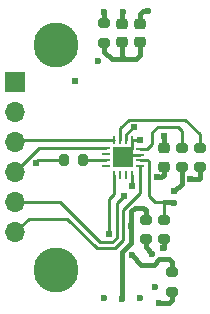
<source format=gbr>
%TF.GenerationSoftware,KiCad,Pcbnew,8.0.6-8.0.6-0~ubuntu24.04.1*%
%TF.CreationDate,2024-10-24T19:59:45-07:00*%
%TF.ProjectId,mag-encoder,6d61672d-656e-4636-9f64-65722e6b6963,3*%
%TF.SameCoordinates,Original*%
%TF.FileFunction,Copper,L4,Bot*%
%TF.FilePolarity,Positive*%
%FSLAX46Y46*%
G04 Gerber Fmt 4.6, Leading zero omitted, Abs format (unit mm)*
G04 Created by KiCad (PCBNEW 8.0.6-8.0.6-0~ubuntu24.04.1) date 2024-10-24 19:59:45*
%MOMM*%
%LPD*%
G01*
G04 APERTURE LIST*
G04 Aperture macros list*
%AMRoundRect*
0 Rectangle with rounded corners*
0 $1 Rounding radius*
0 $2 $3 $4 $5 $6 $7 $8 $9 X,Y pos of 4 corners*
0 Add a 4 corners polygon primitive as box body*
4,1,4,$2,$3,$4,$5,$6,$7,$8,$9,$2,$3,0*
0 Add four circle primitives for the rounded corners*
1,1,$1+$1,$2,$3*
1,1,$1+$1,$4,$5*
1,1,$1+$1,$6,$7*
1,1,$1+$1,$8,$9*
0 Add four rect primitives between the rounded corners*
20,1,$1+$1,$2,$3,$4,$5,0*
20,1,$1+$1,$4,$5,$6,$7,0*
20,1,$1+$1,$6,$7,$8,$9,0*
20,1,$1+$1,$8,$9,$2,$3,0*%
G04 Aperture macros list end*
%TA.AperFunction,ComponentPad*%
%ADD10C,3.810000*%
%TD*%
%TA.AperFunction,ComponentPad*%
%ADD11R,1.700000X1.700000*%
%TD*%
%TA.AperFunction,ComponentPad*%
%ADD12O,1.700000X1.700000*%
%TD*%
%TA.AperFunction,SMDPad,CuDef*%
%ADD13RoundRect,0.200000X0.200000X0.275000X-0.200000X0.275000X-0.200000X-0.275000X0.200000X-0.275000X0*%
%TD*%
%TA.AperFunction,SMDPad,CuDef*%
%ADD14RoundRect,0.225000X0.250000X-0.225000X0.250000X0.225000X-0.250000X0.225000X-0.250000X-0.225000X0*%
%TD*%
%TA.AperFunction,SMDPad,CuDef*%
%ADD15RoundRect,0.225000X-0.250000X0.225000X-0.250000X-0.225000X0.250000X-0.225000X0.250000X0.225000X0*%
%TD*%
%TA.AperFunction,SMDPad,CuDef*%
%ADD16RoundRect,0.200000X-0.275000X0.200000X-0.275000X-0.200000X0.275000X-0.200000X0.275000X0.200000X0*%
%TD*%
%TA.AperFunction,SMDPad,CuDef*%
%ADD17RoundRect,0.200000X0.275000X-0.200000X0.275000X0.200000X-0.275000X0.200000X-0.275000X-0.200000X0*%
%TD*%
%TA.AperFunction,SMDPad,CuDef*%
%ADD18RoundRect,0.062500X-0.287500X-0.062500X0.287500X-0.062500X0.287500X0.062500X-0.287500X0.062500X0*%
%TD*%
%TA.AperFunction,SMDPad,CuDef*%
%ADD19RoundRect,0.062500X-0.062500X-0.287500X0.062500X-0.287500X0.062500X0.287500X-0.062500X0.287500X0*%
%TD*%
%TA.AperFunction,HeatsinkPad*%
%ADD20R,1.700000X1.700000*%
%TD*%
%TA.AperFunction,ViaPad*%
%ADD21C,0.600000*%
%TD*%
%TA.AperFunction,ViaPad*%
%ADD22C,0.609600*%
%TD*%
%TA.AperFunction,Conductor*%
%ADD23C,0.381000*%
%TD*%
%TA.AperFunction,Conductor*%
%ADD24C,0.254000*%
%TD*%
G04 APERTURE END LIST*
D10*
%TO.P,H1,*%
%TO.N,*%
X224840800Y-114046000D03*
%TD*%
D11*
%TO.P,J1,1,Pin_1*%
%TO.N,GND*%
X221411800Y-117221000D03*
D12*
%TO.P,J1,2,Pin_2*%
%TO.N,+3.3V*%
X221411800Y-119761000D03*
%TO.P,J1,3,Pin_3*%
%TO.N,/CS*%
X221411800Y-122301000D03*
%TO.P,J1,4,Pin_4*%
%TO.N,/MOSI*%
X221411800Y-124841000D03*
%TO.P,J1,5,Pin_5*%
%TO.N,/MISO*%
X221411800Y-127381000D03*
%TO.P,J1,6,Pin_6*%
%TO.N,/SCLK*%
X221411800Y-129921000D03*
%TD*%
D10*
%TO.P,H2,*%
%TO.N,*%
X224840800Y-133096000D03*
%TD*%
D13*
%TO.P,R4,1*%
%TO.N,Net-(U2-A)*%
X227189800Y-123825000D03*
%TO.P,R4,2*%
%TO.N,/A*%
X225539800Y-123825000D03*
%TD*%
D14*
%TO.P,C3,1*%
%TO.N,+3.3V*%
X233984800Y-124346000D03*
%TO.P,C3,2*%
%TO.N,GND*%
X233984800Y-122796000D03*
%TD*%
D15*
%TO.P,C2,1*%
%TO.N,+5V*%
X230505000Y-112255000D03*
%TO.P,C2,2*%
%TO.N,GND*%
X230505000Y-113805000D03*
%TD*%
D16*
%TO.P,R6,1*%
%TO.N,Net-(D4-K)*%
X232460800Y-128842000D03*
%TO.P,R6,2*%
%TO.N,Net-(D5-A)*%
X232460800Y-130492000D03*
%TD*%
D17*
%TO.P,R7,1*%
%TO.N,Net-(Q1-D)*%
X234696000Y-134937000D03*
%TO.P,R7,2*%
%TO.N,Net-(D4-A)*%
X234696000Y-133287000D03*
%TD*%
D16*
%TO.P,R2,1*%
%TO.N,Net-(U2-B)*%
X237032800Y-122746000D03*
%TO.P,R2,2*%
%TO.N,/B*%
X237032800Y-124396000D03*
%TD*%
%TO.P,R3,1*%
%TO.N,Net-(U2-PWM)*%
X235508800Y-122746000D03*
%TO.P,R3,2*%
%TO.N,/PWM*%
X235508800Y-124396000D03*
%TD*%
D15*
%TO.P,C1,1*%
%TO.N,+3.3V*%
X232029000Y-112255000D03*
%TO.P,C1,2*%
%TO.N,GND*%
X232029000Y-113805000D03*
%TD*%
D18*
%TO.P,U2,1,SSD*%
%TO.N,unconnected-(U2-SSD-Pad1)*%
X229105800Y-124309000D03*
%TO.P,U2,2,A*%
%TO.N,Net-(U2-A)*%
X229105800Y-123809000D03*
%TO.P,U2,3,Z*%
%TO.N,unconnected-(U2-Z-Pad3)*%
X229105800Y-123309000D03*
%TO.P,U2,4,MOSI*%
%TO.N,/MOSI*%
X229105800Y-122809000D03*
D19*
%TO.P,U2,5,CS*%
%TO.N,/CS*%
X229805800Y-122121000D03*
%TO.P,U2,6,B*%
%TO.N,Net-(U2-B)*%
X230305800Y-122121000D03*
%TO.P,U2,7,MISO*%
%TO.N,/MISO*%
X230805800Y-122121000D03*
%TO.P,U2,8,GND*%
%TO.N,GND*%
X231305800Y-122121000D03*
D18*
%TO.P,U2,9,PWM*%
%TO.N,Net-(U2-PWM)*%
X232005800Y-122821000D03*
%TO.P,U2,10,TEST*%
%TO.N,GND*%
X232005800Y-123321000D03*
%TO.P,U2,11,MGL*%
%TO.N,Net-(Q1-G)*%
X232005800Y-123821000D03*
%TO.P,U2,12,SCLK*%
%TO.N,/SCLK*%
X232005800Y-124321000D03*
D19*
%TO.P,U2,13,VDD*%
%TO.N,+3.3V*%
X231305800Y-125021000D03*
%TO.P,U2,14,NC*%
%TO.N,unconnected-(U2-NC-Pad14)*%
X230805800Y-125021000D03*
%TO.P,U2,15,SSCK*%
%TO.N,unconnected-(U2-SSCK-Pad15)*%
X230305800Y-125021000D03*
%TO.P,U2,16,MGH*%
%TO.N,Net-(D4-K)*%
X229805800Y-125021000D03*
D20*
%TO.P,U2,17,EP*%
%TO.N,GND*%
X230555800Y-123571000D03*
%TD*%
D16*
%TO.P,R5,1*%
%TO.N,Net-(Q1-G)*%
X233984800Y-128842000D03*
%TO.P,R5,2*%
%TO.N,Net-(D3-A)*%
X233984800Y-130492000D03*
%TD*%
%TO.P,R1,1*%
%TO.N,Net-(D1-K)*%
X228981000Y-112205000D03*
%TO.P,R1,2*%
%TO.N,GND*%
X228981000Y-113855000D03*
%TD*%
D21*
%TO.N,+3.3V*%
X232689400Y-111175800D03*
D22*
X233464100Y-125260100D03*
X231317800Y-125984000D03*
D21*
X233248200Y-134518400D03*
X228473000Y-115417600D03*
%TO.N,GND*%
X230657400Y-115265200D03*
D22*
X226491800Y-117094000D03*
X232003600Y-122097800D03*
D21*
X228955600Y-135509000D03*
X232029000Y-135509000D03*
D22*
X233984800Y-121793000D03*
D21*
%TO.N,+5V*%
X230530400Y-111226600D03*
%TO.N,Net-(D4-A)*%
X231292400Y-131826000D03*
%TO.N,Net-(D1-K)*%
X228981000Y-111226600D03*
%TO.N,Net-(D3-A)*%
X233924399Y-131273400D03*
%TO.N,Net-(D4-K)*%
X230505000Y-135559800D03*
D22*
X229368646Y-130086100D03*
X231267000Y-129387600D03*
%TO.N,/A*%
X223157754Y-124046954D03*
%TO.N,/B*%
X236245400Y-125412501D03*
%TO.N,/PWM*%
X234911727Y-126377562D03*
D21*
%TO.N,Net-(Q1-D)*%
X233603800Y-135890000D03*
%TO.N,Net-(Q1-G)*%
X234883106Y-127441105D03*
%TO.N,Net-(D5-A)*%
X233019600Y-131724400D03*
D22*
%TO.N,/MISO*%
X231495600Y-121031000D03*
X230657400Y-126822200D03*
%TD*%
D23*
%TO.N,+3.3V*%
X232029000Y-111404400D02*
X232257600Y-111175800D01*
X232029000Y-112255000D02*
X232029000Y-111404400D01*
X233768900Y-125260100D02*
X233984800Y-125044200D01*
X232257600Y-111175800D02*
X232689400Y-111175800D01*
X233464100Y-125260100D02*
X233768900Y-125260100D01*
D24*
X231305800Y-125021000D02*
X231305800Y-125972000D01*
D23*
X233984800Y-125044200D02*
X233984800Y-124346000D01*
D24*
X231305800Y-125972000D02*
X231317800Y-125984000D01*
D23*
%TO.N,GND*%
X230505000Y-115112800D02*
X230657400Y-115265200D01*
D24*
X231308000Y-122123200D02*
X231978200Y-122123200D01*
X231305800Y-122121000D02*
X231305800Y-122560024D01*
D23*
X229641400Y-115265200D02*
X230657400Y-115265200D01*
D24*
X231287500Y-122578324D02*
X231287500Y-122839300D01*
X231305800Y-122121000D02*
X231308000Y-122123200D01*
X231978200Y-122123200D02*
X232003600Y-122097800D01*
X232005800Y-123321000D02*
X230805800Y-123321000D01*
D23*
X228981000Y-114604800D02*
X229641400Y-115265200D01*
D24*
X231305800Y-122560024D02*
X231287500Y-122578324D01*
X230805800Y-123321000D02*
X230555800Y-123571000D01*
X231287500Y-122839300D02*
X230555800Y-123571000D01*
D23*
X232029000Y-113805000D02*
X232029000Y-114858800D01*
X228981000Y-113855000D02*
X228981000Y-114604800D01*
X232029000Y-114858800D02*
X231622600Y-115265200D01*
X231622600Y-115265200D02*
X230657400Y-115265200D01*
X230505000Y-113805000D02*
X230505000Y-115112800D01*
X233984800Y-122796000D02*
X233984800Y-121793000D01*
%TO.N,+5V*%
X230505000Y-112255000D02*
X230505000Y-111252000D01*
X230505000Y-111252000D02*
X230530400Y-111226600D01*
%TO.N,Net-(D4-A)*%
X234416600Y-132181600D02*
X233597322Y-132181600D01*
X234696000Y-133287000D02*
X234696000Y-132461000D01*
X233597322Y-132181600D02*
X233140122Y-132638800D01*
X234696000Y-132461000D02*
X234416600Y-132181600D01*
X232105200Y-132638800D02*
X231292400Y-131826000D01*
X233140122Y-132638800D02*
X232105200Y-132638800D01*
%TO.N,Net-(D1-K)*%
X228981000Y-111226600D02*
X228981000Y-112205000D01*
%TO.N,Net-(D3-A)*%
X233984800Y-131212999D02*
X233984800Y-130492000D01*
X233924399Y-131273400D02*
X233984800Y-131212999D01*
%TO.N,Net-(D4-K)*%
X231267000Y-129387600D02*
X231267000Y-130810000D01*
X231267000Y-129387600D02*
X231267000Y-128092200D01*
X231546400Y-127812800D02*
X232283000Y-127812800D01*
X231267000Y-130810000D02*
X230505000Y-131572000D01*
X231267000Y-128092200D02*
X231546400Y-127812800D01*
X232283000Y-127812800D02*
X232460800Y-127990600D01*
X230505000Y-131572000D02*
X230505000Y-135559800D01*
X232460800Y-127990600D02*
X232460800Y-128842000D01*
D24*
X229805800Y-126632400D02*
X229805800Y-125021000D01*
X229368646Y-127069554D02*
X229805800Y-126632400D01*
X229368646Y-130086100D02*
X229368646Y-127069554D01*
%TO.N,/A*%
X223379708Y-123825000D02*
X225539800Y-123825000D01*
X223157754Y-124046954D02*
X223379708Y-123825000D01*
D23*
%TO.N,/B*%
X237032800Y-125349000D02*
X237032800Y-124396000D01*
X236969299Y-125412501D02*
X237032800Y-125349000D01*
X236245400Y-125412501D02*
X236969299Y-125412501D01*
%TO.N,/PWM*%
X234911727Y-126377562D02*
X235508800Y-125780489D01*
X235508800Y-125780489D02*
X235508800Y-124396000D01*
%TO.N,Net-(Q1-D)*%
X234442000Y-135890000D02*
X234696000Y-135636000D01*
X234696000Y-135636000D02*
X234696000Y-134937000D01*
X233603800Y-135890000D02*
X234442000Y-135890000D01*
D24*
%TO.N,Net-(Q1-G)*%
X232791000Y-126822200D02*
X233299000Y-127330200D01*
X233299000Y-127330200D02*
X234061000Y-127330200D01*
D23*
X234061000Y-127330200D02*
X234772201Y-127330200D01*
D24*
X232791000Y-123977400D02*
X232791000Y-126822200D01*
X232634600Y-123821000D02*
X232791000Y-123977400D01*
X233984800Y-127406400D02*
X233984800Y-128842000D01*
X234061000Y-127330200D02*
X233984800Y-127406400D01*
X232005800Y-123821000D02*
X232634600Y-123821000D01*
D23*
X234772201Y-127330200D02*
X234883106Y-127441105D01*
%TO.N,Net-(D5-A)*%
X233019600Y-131724400D02*
X232460800Y-131165600D01*
X232460800Y-131165600D02*
X232460800Y-130492000D01*
D24*
%TO.N,Net-(U2-B)*%
X231051100Y-120357900D02*
X235800900Y-120357900D01*
X235800900Y-120357900D02*
X237032800Y-121589800D01*
X230305800Y-121103200D02*
X231051100Y-120357900D01*
X230305800Y-122121000D02*
X230305800Y-121103200D01*
X237032800Y-121589800D02*
X237032800Y-122746000D01*
%TO.N,Net-(U2-PWM)*%
X233019600Y-122402600D02*
X233019600Y-121437400D01*
X235508800Y-121310400D02*
X235508800Y-122746000D01*
X232005800Y-122821000D02*
X232601200Y-122821000D01*
X235178600Y-120980200D02*
X235508800Y-121310400D01*
X233019600Y-121437400D02*
X233476800Y-120980200D01*
X232601200Y-122821000D02*
X233019600Y-122402600D01*
X233476800Y-120980200D02*
X235178600Y-120980200D01*
%TO.N,Net-(U2-A)*%
X227205800Y-123809000D02*
X227189800Y-123825000D01*
X229105800Y-123809000D02*
X227205800Y-123809000D01*
%TO.N,/MISO*%
X230035100Y-127444500D02*
X230657400Y-126822200D01*
X225247200Y-127381000D02*
X228625400Y-130759200D01*
X229647454Y-130759200D02*
X230041746Y-130364908D01*
X230041746Y-129807292D02*
X230035100Y-129800646D01*
X230805800Y-122121000D02*
X230805800Y-121660024D01*
X230805800Y-121660024D02*
X231434824Y-121031000D01*
X231434824Y-121031000D02*
X231495600Y-121031000D01*
X230035100Y-129800646D02*
X230035100Y-127444500D01*
X228625400Y-130759200D02*
X229647454Y-130759200D01*
X221411800Y-127381000D02*
X225247200Y-127381000D01*
X230041746Y-130364908D02*
X230041746Y-129807292D01*
%TO.N,/CS*%
X229803600Y-122123200D02*
X221589600Y-122123200D01*
X229805800Y-122121000D02*
X229803600Y-122123200D01*
X221589600Y-122123200D02*
X221411800Y-122301000D01*
%TO.N,/MOSI*%
X223443800Y-122809000D02*
X221411800Y-124841000D01*
X229105800Y-122809000D02*
X223443800Y-122809000D01*
%TO.N,/SCLK*%
X232005800Y-126540600D02*
X232005800Y-124321000D01*
X228320600Y-131267200D02*
X229839914Y-131267200D01*
X221411800Y-129921000D02*
X222580200Y-128752600D01*
X229839914Y-131267200D02*
X230537046Y-130570068D01*
X230537046Y-128009354D02*
X232005800Y-126540600D01*
X222580200Y-128752600D02*
X225806000Y-128752600D01*
X230537046Y-130570068D02*
X230537046Y-128009354D01*
X225806000Y-128752600D02*
X228320600Y-131267200D01*
%TD*%
M02*

</source>
